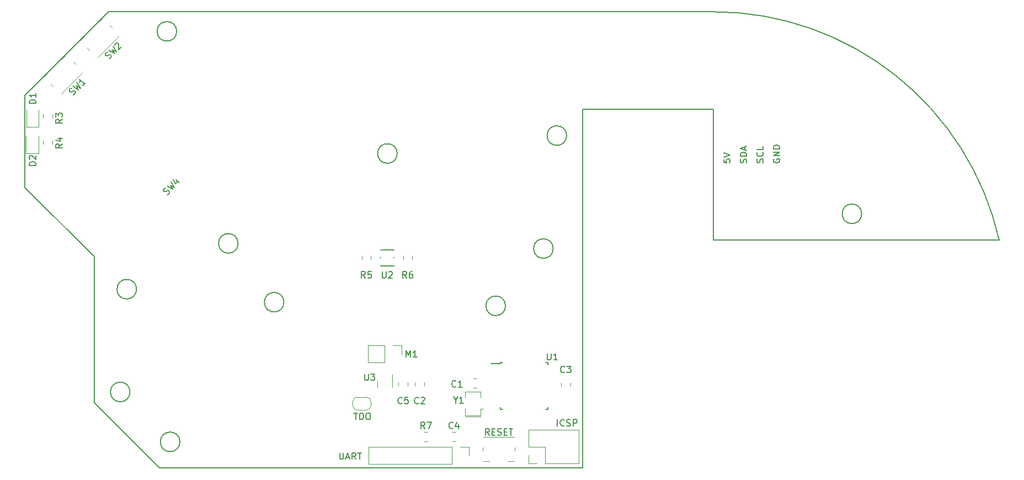
<source format=gbr>
%TF.GenerationSoftware,KiCad,Pcbnew,5.1.7+dfsg1-1~bpo10+1*%
%TF.CreationDate,2020-11-15T21:32:18+00:00*%
%TF.ProjectId,mobo,6d6f626f-2e6b-4696-9361-645f70636258,rev?*%
%TF.SameCoordinates,Original*%
%TF.FileFunction,Legend,Top*%
%TF.FilePolarity,Positive*%
%FSLAX45Y45*%
G04 Gerber Fmt 4.5, Leading zero omitted, Abs format (unit mm)*
G04 Created by KiCad (PCBNEW 5.1.7+dfsg1-1~bpo10+1) date 2020-11-15 21:32:18*
%MOMM*%
%LPD*%
G01*
G04 APERTURE LIST*
%ADD10C,0.150000*%
%TA.AperFunction,Profile*%
%ADD11C,0.200000*%
%TD*%
%ADD12C,0.200000*%
%ADD13C,0.120000*%
%ADD14O,1.802000X1.802000*%
G04 APERTURE END LIST*
D10*
X14824762Y-16795238D02*
X14791428Y-16747619D01*
X14767619Y-16795238D02*
X14767619Y-16695238D01*
X14805714Y-16695238D01*
X14815238Y-16700000D01*
X14820000Y-16704762D01*
X14824762Y-16714286D01*
X14824762Y-16728571D01*
X14820000Y-16738095D01*
X14815238Y-16742857D01*
X14805714Y-16747619D01*
X14767619Y-16747619D01*
X14867619Y-16742857D02*
X14900952Y-16742857D01*
X14915238Y-16795238D02*
X14867619Y-16795238D01*
X14867619Y-16695238D01*
X14915238Y-16695238D01*
X14953333Y-16790476D02*
X14967619Y-16795238D01*
X14991428Y-16795238D01*
X15000952Y-16790476D01*
X15005714Y-16785714D01*
X15010476Y-16776190D01*
X15010476Y-16766667D01*
X15005714Y-16757143D01*
X15000952Y-16752381D01*
X14991428Y-16747619D01*
X14972381Y-16742857D01*
X14962857Y-16738095D01*
X14958095Y-16733333D01*
X14953333Y-16723809D01*
X14953333Y-16714286D01*
X14958095Y-16704762D01*
X14962857Y-16700000D01*
X14972381Y-16695238D01*
X14996190Y-16695238D01*
X15010476Y-16700000D01*
X15053333Y-16742857D02*
X15086667Y-16742857D01*
X15100952Y-16795238D02*
X15053333Y-16795238D01*
X15053333Y-16695238D01*
X15100952Y-16695238D01*
X15129524Y-16695238D02*
X15186667Y-16695238D01*
X15158095Y-16795238D02*
X15158095Y-16695238D01*
X15872381Y-16655238D02*
X15872381Y-16555238D01*
X15977143Y-16645714D02*
X15972381Y-16650476D01*
X15958095Y-16655238D01*
X15948571Y-16655238D01*
X15934286Y-16650476D01*
X15924762Y-16640952D01*
X15920000Y-16631428D01*
X15915238Y-16612381D01*
X15915238Y-16598095D01*
X15920000Y-16579048D01*
X15924762Y-16569524D01*
X15934286Y-16560000D01*
X15948571Y-16555238D01*
X15958095Y-16555238D01*
X15972381Y-16560000D01*
X15977143Y-16564762D01*
X16015238Y-16650476D02*
X16029524Y-16655238D01*
X16053333Y-16655238D01*
X16062857Y-16650476D01*
X16067619Y-16645714D01*
X16072381Y-16636190D01*
X16072381Y-16626667D01*
X16067619Y-16617143D01*
X16062857Y-16612381D01*
X16053333Y-16607619D01*
X16034286Y-16602857D01*
X16024762Y-16598095D01*
X16020000Y-16593333D01*
X16015238Y-16583809D01*
X16015238Y-16574286D01*
X16020000Y-16564762D01*
X16024762Y-16560000D01*
X16034286Y-16555238D01*
X16058095Y-16555238D01*
X16072381Y-16560000D01*
X16115238Y-16655238D02*
X16115238Y-16555238D01*
X16153333Y-16555238D01*
X16162857Y-16560000D01*
X16167619Y-16564762D01*
X16172381Y-16574286D01*
X16172381Y-16588571D01*
X16167619Y-16598095D01*
X16162857Y-16602857D01*
X16153333Y-16607619D01*
X16115238Y-16607619D01*
X12749048Y-16455238D02*
X12806190Y-16455238D01*
X12777619Y-16555238D02*
X12777619Y-16455238D01*
X12839524Y-16555238D02*
X12839524Y-16455238D01*
X12863333Y-16455238D01*
X12877619Y-16460000D01*
X12887143Y-16469524D01*
X12891905Y-16479048D01*
X12896667Y-16498095D01*
X12896667Y-16512381D01*
X12891905Y-16531428D01*
X12887143Y-16540952D01*
X12877619Y-16550476D01*
X12863333Y-16555238D01*
X12839524Y-16555238D01*
X12958571Y-16455238D02*
X12977619Y-16455238D01*
X12987143Y-16460000D01*
X12996667Y-16469524D01*
X13001428Y-16488571D01*
X13001428Y-16521905D01*
X12996667Y-16540952D01*
X12987143Y-16550476D01*
X12977619Y-16555238D01*
X12958571Y-16555238D01*
X12949048Y-16550476D01*
X12939524Y-16540952D01*
X12934762Y-16521905D01*
X12934762Y-16488571D01*
X12939524Y-16469524D01*
X12949048Y-16460000D01*
X12958571Y-16455238D01*
X12530476Y-17065238D02*
X12530476Y-17146190D01*
X12535238Y-17155714D01*
X12540000Y-17160476D01*
X12549524Y-17165238D01*
X12568571Y-17165238D01*
X12578095Y-17160476D01*
X12582857Y-17155714D01*
X12587619Y-17146190D01*
X12587619Y-17065238D01*
X12630476Y-17136667D02*
X12678095Y-17136667D01*
X12620952Y-17165238D02*
X12654286Y-17065238D01*
X12687619Y-17165238D01*
X12778095Y-17165238D02*
X12744762Y-17117619D01*
X12720952Y-17165238D02*
X12720952Y-17065238D01*
X12759048Y-17065238D01*
X12768571Y-17070000D01*
X12773333Y-17074762D01*
X12778095Y-17084286D01*
X12778095Y-17098571D01*
X12773333Y-17108095D01*
X12768571Y-17112857D01*
X12759048Y-17117619D01*
X12720952Y-17117619D01*
X12806667Y-17065238D02*
X12863809Y-17065238D01*
X12835238Y-17165238D02*
X12835238Y-17065238D01*
D11*
X10078686Y-16898000D02*
G75*
G03*
X10078686Y-16898000I-150000J0D01*
G01*
X9313000Y-16132314D02*
G75*
G03*
X9313000Y-16132314I-150000J0D01*
G01*
X18263000Y-11798000D02*
X16263000Y-11798000D01*
X18263000Y-13798000D02*
X18263000Y-11798000D01*
X10029424Y-10598000D02*
G75*
G03*
X10029424Y-10598000I-150000J0D01*
G01*
X20541427Y-13398000D02*
G75*
G03*
X20541427Y-13398000I-150000J0D01*
G01*
X8984826Y-10298000D02*
X18263000Y-10298000D01*
X7702340Y-11580485D02*
X8984826Y-10298000D01*
X10972211Y-13852451D02*
G75*
G03*
X10972211Y-13852451I-150000J0D01*
G01*
X15074964Y-14810514D02*
G75*
G03*
X15074964Y-14810514I-150000J0D01*
G01*
X11675420Y-14754866D02*
G75*
G03*
X11675420Y-14754866I-150000J0D01*
G01*
X16263000Y-17298000D02*
X9763000Y-17298000D01*
X16263000Y-11798000D02*
X16263000Y-17298000D01*
X13413000Y-12473000D02*
G75*
G03*
X13413000Y-12473000I-150000J0D01*
G01*
X9413000Y-14555359D02*
G75*
G03*
X9413000Y-14555359I-150000J0D01*
G01*
X7702340Y-12994699D02*
X7702340Y-11580485D01*
X8763000Y-14055359D02*
X7702340Y-12994699D01*
X15807333Y-13931598D02*
G75*
G03*
X15807333Y-13931598I-150000J0D01*
G01*
X8763000Y-16298000D02*
X8763000Y-14055359D01*
X9763000Y-17298000D02*
X8763000Y-16298000D01*
X22650482Y-13798000D02*
X18263000Y-13798000D01*
X18263000Y-10298000D02*
G75*
G02*
X22650482Y-13798000I0J-4500000D01*
G01*
X16013000Y-12198000D02*
G75*
G03*
X16013000Y-12198000I-150000J0D01*
G01*
D12*
X19189900Y-12556590D02*
X19185138Y-12566114D01*
X19185138Y-12580400D01*
X19189900Y-12594686D01*
X19199424Y-12604209D01*
X19208948Y-12608971D01*
X19227995Y-12613733D01*
X19242281Y-12613733D01*
X19261329Y-12608971D01*
X19270852Y-12604209D01*
X19280376Y-12594686D01*
X19285138Y-12580400D01*
X19285138Y-12570876D01*
X19280376Y-12556590D01*
X19275614Y-12551828D01*
X19242281Y-12551828D01*
X19242281Y-12570876D01*
X19285138Y-12508971D02*
X19185138Y-12508971D01*
X19285138Y-12451828D01*
X19185138Y-12451828D01*
X19285138Y-12404209D02*
X19185138Y-12404209D01*
X19185138Y-12380400D01*
X19189900Y-12366114D01*
X19199424Y-12356590D01*
X19208948Y-12351828D01*
X19227995Y-12347067D01*
X19242281Y-12347067D01*
X19261329Y-12351828D01*
X19270852Y-12356590D01*
X19280376Y-12366114D01*
X19285138Y-12380400D01*
X19285138Y-12404209D01*
X19026376Y-12612148D02*
X19031138Y-12597862D01*
X19031138Y-12574052D01*
X19026376Y-12564528D01*
X19021614Y-12559767D01*
X19012090Y-12555005D01*
X19002567Y-12555005D01*
X18993043Y-12559767D01*
X18988281Y-12564528D01*
X18983519Y-12574052D01*
X18978757Y-12593100D01*
X18973995Y-12602624D01*
X18969233Y-12607386D01*
X18959710Y-12612148D01*
X18950186Y-12612148D01*
X18940662Y-12607386D01*
X18935900Y-12602624D01*
X18931138Y-12593100D01*
X18931138Y-12569290D01*
X18935900Y-12555005D01*
X19021614Y-12455005D02*
X19026376Y-12459767D01*
X19031138Y-12474052D01*
X19031138Y-12483576D01*
X19026376Y-12497862D01*
X19016852Y-12507386D01*
X19007329Y-12512148D01*
X18988281Y-12516909D01*
X18973995Y-12516909D01*
X18954948Y-12512148D01*
X18945424Y-12507386D01*
X18935900Y-12497862D01*
X18931138Y-12483576D01*
X18931138Y-12474052D01*
X18935900Y-12459767D01*
X18940662Y-12455005D01*
X19031138Y-12364528D02*
X19031138Y-12412148D01*
X18931138Y-12412148D01*
X18772376Y-12614528D02*
X18777138Y-12600243D01*
X18777138Y-12576433D01*
X18772376Y-12566909D01*
X18767614Y-12562148D01*
X18758090Y-12557386D01*
X18748567Y-12557386D01*
X18739043Y-12562148D01*
X18734281Y-12566909D01*
X18729519Y-12576433D01*
X18724757Y-12595481D01*
X18719995Y-12605005D01*
X18715233Y-12609767D01*
X18705710Y-12614528D01*
X18696186Y-12614528D01*
X18686662Y-12609767D01*
X18681900Y-12605005D01*
X18677138Y-12595481D01*
X18677138Y-12571671D01*
X18681900Y-12557386D01*
X18777138Y-12514528D02*
X18677138Y-12514528D01*
X18677138Y-12490719D01*
X18681900Y-12476433D01*
X18691424Y-12466909D01*
X18700948Y-12462148D01*
X18719995Y-12457386D01*
X18734281Y-12457386D01*
X18753329Y-12462148D01*
X18762852Y-12466909D01*
X18772376Y-12476433D01*
X18777138Y-12490719D01*
X18777138Y-12514528D01*
X18748567Y-12419290D02*
X18748567Y-12371671D01*
X18777138Y-12428814D02*
X18677138Y-12395481D01*
X18777138Y-12362148D01*
X18423138Y-12562948D02*
X18423138Y-12610567D01*
X18470757Y-12615328D01*
X18465995Y-12610567D01*
X18461233Y-12601043D01*
X18461233Y-12577233D01*
X18465995Y-12567709D01*
X18470757Y-12562948D01*
X18480281Y-12558186D01*
X18504090Y-12558186D01*
X18513614Y-12562948D01*
X18518376Y-12567709D01*
X18523138Y-12577233D01*
X18523138Y-12601043D01*
X18518376Y-12610567D01*
X18513614Y-12615328D01*
X18423138Y-12529614D02*
X18523138Y-12496281D01*
X18423138Y-12462948D01*
D13*
X16071000Y-16045858D02*
X16071000Y-15994142D01*
X15929000Y-16045858D02*
X15929000Y-15994142D01*
X8058422Y-11229948D02*
X7993015Y-11295355D01*
X8482687Y-11106204D02*
X8443796Y-11067313D01*
X8136204Y-11452687D02*
X8097313Y-11413796D01*
X8586985Y-11224645D02*
X8254645Y-11556985D01*
X8325355Y-10963015D02*
X8259948Y-11028423D01*
X14635858Y-16071000D02*
X14584142Y-16071000D01*
X14635858Y-15929000D02*
X14584142Y-15929000D01*
X14259642Y-16744800D02*
X14311358Y-16744800D01*
X14259642Y-16886800D02*
X14311358Y-16886800D01*
X7913499Y-12068500D02*
X7913499Y-11800000D01*
X7721499Y-12068500D02*
X7913499Y-12068500D01*
X7721499Y-11800000D02*
X7721499Y-12068500D01*
X7719703Y-12200000D02*
X7719703Y-12468500D01*
X7719703Y-12468500D02*
X7911703Y-12468500D01*
X7911703Y-12468500D02*
X7911703Y-12200000D01*
X15427000Y-17233000D02*
X15427000Y-17100000D01*
X15560000Y-17233000D02*
X15427000Y-17233000D01*
X15427000Y-16973000D02*
X15427000Y-16713000D01*
X15687000Y-16973000D02*
X15427000Y-16973000D01*
X15687000Y-17233000D02*
X15687000Y-16973000D01*
X15427000Y-16713000D02*
X16201000Y-16713000D01*
X15687000Y-17233000D02*
X16201000Y-17233000D01*
X16201000Y-17233000D02*
X16201000Y-16713000D01*
X8121000Y-11926125D02*
X8121000Y-11873875D01*
X7979000Y-11926125D02*
X7979000Y-11873875D01*
X7979985Y-12326125D02*
X7979985Y-12273875D01*
X8121985Y-12326125D02*
X8121985Y-12273875D01*
X12869000Y-14048875D02*
X12869000Y-14101125D01*
X13011000Y-14048875D02*
X13011000Y-14101125D01*
X13646000Y-14096125D02*
X13646000Y-14043875D01*
X13504000Y-14096125D02*
X13504000Y-14043875D01*
X13879825Y-16744800D02*
X13827575Y-16744800D01*
X13879825Y-16886800D02*
X13827575Y-16886800D01*
D10*
X14997500Y-15700000D02*
X14855000Y-15700000D01*
X15722500Y-15677500D02*
X15690000Y-15677500D01*
X15722500Y-16402500D02*
X15690000Y-16402500D01*
X14997500Y-16402500D02*
X15030000Y-16402500D01*
X14997500Y-15677500D02*
X15030000Y-15677500D01*
X14997500Y-16402500D02*
X14997500Y-16370000D01*
X15722500Y-16402500D02*
X15722500Y-16370000D01*
X15722500Y-15677500D02*
X15722500Y-15710000D01*
X14997500Y-15677500D02*
X14997500Y-15700000D01*
X13360000Y-14200000D02*
X13360000Y-13950000D01*
X13160000Y-14200000D02*
X13360000Y-14200000D01*
X13160000Y-13950000D02*
X13160000Y-14200000D01*
X13360000Y-13950000D02*
X13160000Y-13950000D01*
D13*
X14653300Y-16509800D02*
X14693300Y-16509800D01*
X14653300Y-16489800D02*
X14693300Y-16489800D01*
X14653300Y-16129800D02*
X14693300Y-16129800D01*
X14453300Y-16509800D02*
X14653300Y-16509800D01*
X14693300Y-16389800D02*
X14733300Y-16389800D01*
X14693300Y-16389800D02*
X14693300Y-16489800D01*
X14653300Y-16489800D02*
X14453300Y-16489800D01*
X14453300Y-16489800D02*
X14453300Y-16389800D01*
X14453300Y-16209800D02*
X14453300Y-16129800D01*
X14453300Y-16129800D02*
X14653300Y-16129800D01*
X14693300Y-16129800D02*
X14693300Y-16209800D01*
X14512800Y-16975700D02*
X14512800Y-17108700D01*
X14379800Y-16975700D02*
X14512800Y-16975700D01*
X14252800Y-16975700D02*
X14252800Y-17241700D01*
X14252800Y-17241700D02*
X12976800Y-17241700D01*
X14252800Y-16975700D02*
X12976800Y-16975700D01*
X12976800Y-16975700D02*
X12976800Y-17241700D01*
X8885355Y-10403015D02*
X8819948Y-10468423D01*
X9146985Y-10664645D02*
X8814645Y-10996985D01*
X8696204Y-10892687D02*
X8657313Y-10853796D01*
X9042687Y-10546204D02*
X9003796Y-10507313D01*
X8618423Y-10669948D02*
X8553015Y-10735355D01*
X13829100Y-16039858D02*
X13829100Y-15988142D01*
X13687100Y-16039858D02*
X13687100Y-15988142D01*
X13575100Y-15988142D02*
X13575100Y-16039858D01*
X13433100Y-15988142D02*
X13433100Y-16039858D01*
X12940000Y-16410000D02*
X12800000Y-16410000D01*
X12730000Y-16340000D02*
X12730000Y-16280000D01*
X12800000Y-16210000D02*
X12940000Y-16210000D01*
X13010000Y-16280000D02*
X13010000Y-16340000D01*
X12800000Y-16410000D02*
G75*
G02*
X12730000Y-16340000I0J70000D01*
G01*
X12730000Y-16280000D02*
G75*
G02*
X12800000Y-16210000I70000J0D01*
G01*
X12940000Y-16210000D02*
G75*
G02*
X13010000Y-16280000I0J-70000D01*
G01*
X13010000Y-16340000D02*
G75*
G02*
X12940000Y-16410000I-70000J0D01*
G01*
X13483000Y-15417000D02*
X13483000Y-15550000D01*
X13350000Y-15417000D02*
X13483000Y-15417000D01*
X13223000Y-15417000D02*
X13223000Y-15683000D01*
X13223000Y-15683000D02*
X12963000Y-15683000D01*
X13223000Y-15417000D02*
X12963000Y-15417000D01*
X12963000Y-15417000D02*
X12963000Y-15683000D01*
X13336700Y-15864000D02*
X13336700Y-16064000D01*
X13112700Y-16064000D02*
X13112700Y-15964000D01*
X15112500Y-17195000D02*
X15205000Y-17195000D01*
X14725000Y-16982500D02*
X14725000Y-17037500D01*
X15215000Y-16982500D02*
X15215000Y-17037500D01*
X14735000Y-16825000D02*
X15205000Y-16825000D01*
X14735000Y-17195000D02*
X14827500Y-17195000D01*
D10*
X15983333Y-15825714D02*
X15978571Y-15830476D01*
X15964286Y-15835238D01*
X15954762Y-15835238D01*
X15940476Y-15830476D01*
X15930952Y-15820952D01*
X15926190Y-15811428D01*
X15921428Y-15792381D01*
X15921428Y-15778095D01*
X15926190Y-15759048D01*
X15930952Y-15749524D01*
X15940476Y-15740000D01*
X15954762Y-15735238D01*
X15964286Y-15735238D01*
X15978571Y-15740000D01*
X15983333Y-15744762D01*
X16016667Y-15735238D02*
X16078571Y-15735238D01*
X16045238Y-15773333D01*
X16059524Y-15773333D01*
X16069048Y-15778095D01*
X16073809Y-15782857D01*
X16078571Y-15792381D01*
X16078571Y-15816190D01*
X16073809Y-15825714D01*
X16069048Y-15830476D01*
X16059524Y-15835238D01*
X16030952Y-15835238D01*
X16021428Y-15830476D01*
X16016667Y-15825714D01*
X8440240Y-11573402D02*
X8453709Y-11566667D01*
X8470545Y-11549832D01*
X8473912Y-11539730D01*
X8473912Y-11532996D01*
X8470545Y-11522894D01*
X8463810Y-11516160D01*
X8453709Y-11512793D01*
X8446974Y-11512793D01*
X8436873Y-11516160D01*
X8420037Y-11526261D01*
X8409936Y-11529629D01*
X8403201Y-11529629D01*
X8393100Y-11526261D01*
X8386365Y-11519527D01*
X8382998Y-11509425D01*
X8382998Y-11502691D01*
X8386365Y-11492590D01*
X8403201Y-11475754D01*
X8416670Y-11469019D01*
X8436873Y-11442082D02*
X8524419Y-11495957D01*
X8487381Y-11431980D01*
X8551357Y-11469019D01*
X8497482Y-11381473D01*
X8632169Y-11388207D02*
X8591763Y-11428613D01*
X8611966Y-11408410D02*
X8541255Y-11337700D01*
X8544623Y-11354535D01*
X8544623Y-11368004D01*
X8541255Y-11378106D01*
X14313933Y-16048414D02*
X14309171Y-16053176D01*
X14294886Y-16057938D01*
X14285362Y-16057938D01*
X14271076Y-16053176D01*
X14261552Y-16043652D01*
X14256790Y-16034128D01*
X14252028Y-16015081D01*
X14252028Y-16000795D01*
X14256790Y-15981748D01*
X14261552Y-15972224D01*
X14271076Y-15962700D01*
X14285362Y-15957938D01*
X14294886Y-15957938D01*
X14309171Y-15962700D01*
X14313933Y-15967462D01*
X14409171Y-16057938D02*
X14352028Y-16057938D01*
X14380600Y-16057938D02*
X14380600Y-15957938D01*
X14371076Y-15972224D01*
X14361552Y-15981748D01*
X14352028Y-15986509D01*
X14268833Y-16686514D02*
X14264071Y-16691276D01*
X14249786Y-16696038D01*
X14240262Y-16696038D01*
X14225976Y-16691276D01*
X14216452Y-16681752D01*
X14211690Y-16672228D01*
X14206928Y-16653181D01*
X14206928Y-16638895D01*
X14211690Y-16619848D01*
X14216452Y-16610324D01*
X14225976Y-16600800D01*
X14240262Y-16596038D01*
X14249786Y-16596038D01*
X14264071Y-16600800D01*
X14268833Y-16605562D01*
X14354548Y-16629371D02*
X14354548Y-16696038D01*
X14330738Y-16591276D02*
X14306928Y-16662705D01*
X14368833Y-16662705D01*
X7869921Y-11704402D02*
X7769921Y-11704402D01*
X7769921Y-11680592D01*
X7774683Y-11666306D01*
X7784207Y-11656783D01*
X7793730Y-11652021D01*
X7812778Y-11647259D01*
X7827064Y-11647259D01*
X7846111Y-11652021D01*
X7855635Y-11656783D01*
X7865159Y-11666306D01*
X7869921Y-11680592D01*
X7869921Y-11704402D01*
X7869921Y-11552021D02*
X7869921Y-11609164D01*
X7869921Y-11580592D02*
X7769921Y-11580592D01*
X7784207Y-11590116D01*
X7793730Y-11599640D01*
X7798492Y-11609164D01*
X7869921Y-12655789D02*
X7769921Y-12655789D01*
X7769921Y-12631980D01*
X7774683Y-12617694D01*
X7784207Y-12608170D01*
X7793730Y-12603408D01*
X7812778Y-12598647D01*
X7827064Y-12598647D01*
X7846111Y-12603408D01*
X7855635Y-12608170D01*
X7865159Y-12617694D01*
X7869921Y-12631980D01*
X7869921Y-12655789D01*
X7779445Y-12560551D02*
X7774683Y-12555789D01*
X7769921Y-12546266D01*
X7769921Y-12522456D01*
X7774683Y-12512932D01*
X7779445Y-12508170D01*
X7788969Y-12503408D01*
X7798492Y-12503408D01*
X7812778Y-12508170D01*
X7869921Y-12565313D01*
X7869921Y-12503408D01*
X8275238Y-11946667D02*
X8227619Y-11980000D01*
X8275238Y-12003809D02*
X8175238Y-12003809D01*
X8175238Y-11965714D01*
X8180000Y-11956190D01*
X8184762Y-11951428D01*
X8194286Y-11946667D01*
X8208571Y-11946667D01*
X8218095Y-11951428D01*
X8222857Y-11956190D01*
X8227619Y-11965714D01*
X8227619Y-12003809D01*
X8175238Y-11913333D02*
X8175238Y-11851428D01*
X8213333Y-11884762D01*
X8213333Y-11870476D01*
X8218095Y-11860952D01*
X8222857Y-11856190D01*
X8232381Y-11851428D01*
X8256190Y-11851428D01*
X8265714Y-11856190D01*
X8270476Y-11860952D01*
X8275238Y-11870476D01*
X8275238Y-11899048D01*
X8270476Y-11908571D01*
X8265714Y-11913333D01*
X8275238Y-12326667D02*
X8227619Y-12360000D01*
X8275238Y-12383809D02*
X8175238Y-12383809D01*
X8175238Y-12345714D01*
X8180000Y-12336190D01*
X8184762Y-12331428D01*
X8194286Y-12326667D01*
X8208571Y-12326667D01*
X8218095Y-12331428D01*
X8222857Y-12336190D01*
X8227619Y-12345714D01*
X8227619Y-12383809D01*
X8208571Y-12240952D02*
X8275238Y-12240952D01*
X8170476Y-12264762D02*
X8241905Y-12288571D01*
X8241905Y-12226667D01*
X12923333Y-14385238D02*
X12890000Y-14337619D01*
X12866190Y-14385238D02*
X12866190Y-14285238D01*
X12904286Y-14285238D01*
X12913809Y-14290000D01*
X12918571Y-14294762D01*
X12923333Y-14304286D01*
X12923333Y-14318571D01*
X12918571Y-14328095D01*
X12913809Y-14332857D01*
X12904286Y-14337619D01*
X12866190Y-14337619D01*
X13013809Y-14285238D02*
X12966190Y-14285238D01*
X12961428Y-14332857D01*
X12966190Y-14328095D01*
X12975714Y-14323333D01*
X12999524Y-14323333D01*
X13009048Y-14328095D01*
X13013809Y-14332857D01*
X13018571Y-14342381D01*
X13018571Y-14366190D01*
X13013809Y-14375714D01*
X13009048Y-14380476D01*
X12999524Y-14385238D01*
X12975714Y-14385238D01*
X12966190Y-14380476D01*
X12961428Y-14375714D01*
X13558333Y-14385238D02*
X13525000Y-14337619D01*
X13501190Y-14385238D02*
X13501190Y-14285238D01*
X13539286Y-14285238D01*
X13548809Y-14290000D01*
X13553571Y-14294762D01*
X13558333Y-14304286D01*
X13558333Y-14318571D01*
X13553571Y-14328095D01*
X13548809Y-14332857D01*
X13539286Y-14337619D01*
X13501190Y-14337619D01*
X13644048Y-14285238D02*
X13625000Y-14285238D01*
X13615476Y-14290000D01*
X13610714Y-14294762D01*
X13601190Y-14309048D01*
X13596428Y-14328095D01*
X13596428Y-14366190D01*
X13601190Y-14375714D01*
X13605952Y-14380476D01*
X13615476Y-14385238D01*
X13634524Y-14385238D01*
X13644048Y-14380476D01*
X13648809Y-14375714D01*
X13653571Y-14366190D01*
X13653571Y-14342381D01*
X13648809Y-14332857D01*
X13644048Y-14328095D01*
X13634524Y-14323333D01*
X13615476Y-14323333D01*
X13605952Y-14328095D01*
X13601190Y-14332857D01*
X13596428Y-14342381D01*
X13837033Y-16695938D02*
X13803700Y-16648319D01*
X13779890Y-16695938D02*
X13779890Y-16595938D01*
X13817986Y-16595938D01*
X13827509Y-16600700D01*
X13832271Y-16605462D01*
X13837033Y-16614986D01*
X13837033Y-16629271D01*
X13832271Y-16638795D01*
X13827509Y-16643557D01*
X13817986Y-16648319D01*
X13779890Y-16648319D01*
X13870367Y-16595938D02*
X13937033Y-16595938D01*
X13894176Y-16695938D01*
X15715609Y-15540738D02*
X15715609Y-15621690D01*
X15720371Y-15631214D01*
X15725133Y-15635976D01*
X15734657Y-15640738D01*
X15753705Y-15640738D01*
X15763228Y-15635976D01*
X15767990Y-15631214D01*
X15772752Y-15621690D01*
X15772752Y-15540738D01*
X15872752Y-15640738D02*
X15815609Y-15640738D01*
X15844181Y-15640738D02*
X15844181Y-15540738D01*
X15834657Y-15555024D01*
X15825133Y-15564548D01*
X15815609Y-15569309D01*
X13183809Y-14285238D02*
X13183809Y-14366190D01*
X13188571Y-14375714D01*
X13193333Y-14380476D01*
X13202857Y-14385238D01*
X13221905Y-14385238D01*
X13231428Y-14380476D01*
X13236190Y-14375714D01*
X13240952Y-14366190D01*
X13240952Y-14285238D01*
X13283809Y-14294762D02*
X13288571Y-14290000D01*
X13298095Y-14285238D01*
X13321905Y-14285238D01*
X13331428Y-14290000D01*
X13336190Y-14294762D01*
X13340952Y-14304286D01*
X13340952Y-14313809D01*
X13336190Y-14328095D01*
X13279048Y-14385238D01*
X13340952Y-14385238D01*
X14309781Y-16256619D02*
X14309781Y-16304238D01*
X14276448Y-16204238D02*
X14309781Y-16256619D01*
X14343114Y-16204238D01*
X14428828Y-16304238D02*
X14371686Y-16304238D01*
X14400257Y-16304238D02*
X14400257Y-16204238D01*
X14390733Y-16218524D01*
X14381209Y-16228048D01*
X14371686Y-16232809D01*
X8992620Y-11018482D02*
X9006089Y-11011747D01*
X9022925Y-10994912D01*
X9026292Y-10984810D01*
X9026292Y-10978076D01*
X9022925Y-10967974D01*
X9016190Y-10961240D01*
X9006089Y-10957873D01*
X8999354Y-10957873D01*
X8989253Y-10961240D01*
X8972417Y-10971341D01*
X8962316Y-10974709D01*
X8955581Y-10974709D01*
X8945480Y-10971341D01*
X8938745Y-10964607D01*
X8935378Y-10954505D01*
X8935378Y-10947771D01*
X8938745Y-10937670D01*
X8955581Y-10920834D01*
X8969050Y-10914099D01*
X8989253Y-10887162D02*
X9076799Y-10941037D01*
X9039761Y-10877060D01*
X9103737Y-10914099D01*
X9049862Y-10826553D01*
X9080167Y-10809717D02*
X9080167Y-10802983D01*
X9083534Y-10792881D01*
X9100370Y-10776045D01*
X9110471Y-10772678D01*
X9117206Y-10772678D01*
X9127307Y-10776045D01*
X9134041Y-10782780D01*
X9140776Y-10796248D01*
X9140776Y-10877060D01*
X9184549Y-10833287D01*
X13741433Y-16303714D02*
X13736671Y-16308476D01*
X13722386Y-16313238D01*
X13712862Y-16313238D01*
X13698576Y-16308476D01*
X13689052Y-16298952D01*
X13684290Y-16289428D01*
X13679528Y-16270381D01*
X13679528Y-16256095D01*
X13684290Y-16237048D01*
X13689052Y-16227524D01*
X13698576Y-16218000D01*
X13712862Y-16213238D01*
X13722386Y-16213238D01*
X13736671Y-16218000D01*
X13741433Y-16222762D01*
X13779528Y-16222762D02*
X13784290Y-16218000D01*
X13793814Y-16213238D01*
X13817624Y-16213238D01*
X13827148Y-16218000D01*
X13831909Y-16222762D01*
X13836671Y-16232286D01*
X13836671Y-16241809D01*
X13831909Y-16256095D01*
X13774767Y-16313238D01*
X13836671Y-16313238D01*
X13487433Y-16303714D02*
X13482671Y-16308476D01*
X13468386Y-16313238D01*
X13458862Y-16313238D01*
X13444576Y-16308476D01*
X13435052Y-16298952D01*
X13430290Y-16289428D01*
X13425528Y-16270381D01*
X13425528Y-16256095D01*
X13430290Y-16237048D01*
X13435052Y-16227524D01*
X13444576Y-16218000D01*
X13458862Y-16213238D01*
X13468386Y-16213238D01*
X13482671Y-16218000D01*
X13487433Y-16222762D01*
X13577909Y-16213238D02*
X13530290Y-16213238D01*
X13525528Y-16260857D01*
X13530290Y-16256095D01*
X13539814Y-16251333D01*
X13563624Y-16251333D01*
X13573148Y-16256095D01*
X13577909Y-16260857D01*
X13582671Y-16270381D01*
X13582671Y-16294190D01*
X13577909Y-16303714D01*
X13573148Y-16308476D01*
X13563624Y-16313238D01*
X13539814Y-16313238D01*
X13530290Y-16308476D01*
X13525528Y-16303714D01*
X13548448Y-15595238D02*
X13548448Y-15495238D01*
X13581781Y-15566667D01*
X13615114Y-15495238D01*
X13615114Y-15595238D01*
X13715114Y-15595238D02*
X13657971Y-15595238D01*
X13686543Y-15595238D02*
X13686543Y-15495238D01*
X13677019Y-15509524D01*
X13667495Y-15519048D01*
X13657971Y-15523809D01*
X12913809Y-15855238D02*
X12913809Y-15936190D01*
X12918571Y-15945714D01*
X12923333Y-15950476D01*
X12932857Y-15955238D01*
X12951905Y-15955238D01*
X12961428Y-15950476D01*
X12966190Y-15945714D01*
X12970952Y-15936190D01*
X12970952Y-15855238D01*
X13009048Y-15855238D02*
X13070952Y-15855238D01*
X13037619Y-15893333D01*
X13051905Y-15893333D01*
X13061428Y-15898095D01*
X13066190Y-15902857D01*
X13070952Y-15912381D01*
X13070952Y-15936190D01*
X13066190Y-15945714D01*
X13061428Y-15950476D01*
X13051905Y-15955238D01*
X13023333Y-15955238D01*
X13013809Y-15950476D01*
X13009048Y-15945714D01*
X9883353Y-13102704D02*
X9896822Y-13095970D01*
X9913657Y-13079134D01*
X9917025Y-13069033D01*
X9917025Y-13062298D01*
X9913657Y-13052197D01*
X9906923Y-13045462D01*
X9896822Y-13042095D01*
X9890087Y-13042095D01*
X9879986Y-13045462D01*
X9863150Y-13055564D01*
X9853048Y-13058931D01*
X9846314Y-13058931D01*
X9836212Y-13055564D01*
X9829478Y-13048830D01*
X9826111Y-13038728D01*
X9826111Y-13031994D01*
X9829478Y-13021892D01*
X9846314Y-13005056D01*
X9859783Y-12998322D01*
X9879986Y-12971385D02*
X9967532Y-13025259D01*
X9930493Y-12961283D01*
X9994470Y-12998322D01*
X9940595Y-12910775D01*
X10021407Y-12877104D02*
X10068548Y-12924244D01*
X9977634Y-12867002D02*
X10011306Y-12934346D01*
X10055079Y-12890572D01*
%LPC*%
G36*
G01*
X16048175Y-16167600D02*
X15951825Y-16167600D01*
G75*
G02*
X15924900Y-16140675I0J26925D01*
G01*
X15924900Y-16086825D01*
G75*
G02*
X15951825Y-16059900I26925J0D01*
G01*
X16048175Y-16059900D01*
G75*
G02*
X16075100Y-16086825I0J-26925D01*
G01*
X16075100Y-16140675D01*
G75*
G02*
X16048175Y-16167600I-26925J0D01*
G01*
G37*
G36*
G01*
X16048175Y-15980100D02*
X15951825Y-15980100D01*
G75*
G02*
X15924900Y-15953175I0J26925D01*
G01*
X15924900Y-15899325D01*
G75*
G02*
X15951825Y-15872400I26925J0D01*
G01*
X16048175Y-15872400D01*
G75*
G02*
X16075100Y-15899325I0J-26925D01*
G01*
X16075100Y-15953175D01*
G75*
G02*
X16048175Y-15980100I-26925J0D01*
G01*
G37*
G36*
G01*
X8558771Y-11040726D02*
X8629482Y-11111437D01*
G75*
G02*
X8629482Y-11118649I-3606J-3606D01*
G01*
X8519880Y-11228251D01*
G75*
G02*
X8512668Y-11228251I-3606J3606D01*
G01*
X8441957Y-11157540D01*
G75*
G02*
X8441957Y-11150328I3606J3606D01*
G01*
X8551559Y-11040726D01*
G75*
G02*
X8558771Y-11040726I3606J-3606D01*
G01*
G37*
G36*
G01*
X8187540Y-11411957D02*
X8258251Y-11482668D01*
G75*
G02*
X8258251Y-11489880I-3606J-3606D01*
G01*
X8148649Y-11599482D01*
G75*
G02*
X8141437Y-11599482I-3606J3606D01*
G01*
X8070726Y-11528771D01*
G75*
G02*
X8070726Y-11521559I3606J3606D01*
G01*
X8180328Y-11411957D01*
G75*
G02*
X8187540Y-11411957I3606J-3606D01*
G01*
G37*
G36*
G01*
X8067332Y-11291749D02*
X8138043Y-11362460D01*
G75*
G02*
X8138043Y-11369672I-3606J-3606D01*
G01*
X8028441Y-11479274D01*
G75*
G02*
X8021229Y-11479274I-3606J3606D01*
G01*
X7950518Y-11408563D01*
G75*
G02*
X7950518Y-11401351I3606J3606D01*
G01*
X8060120Y-11291749D01*
G75*
G02*
X8067332Y-11291749I3606J-3606D01*
G01*
G37*
G36*
G01*
X8438563Y-10920518D02*
X8509274Y-10991229D01*
G75*
G02*
X8509274Y-10998441I-3606J-3606D01*
G01*
X8399672Y-11108043D01*
G75*
G02*
X8392460Y-11108043I-3606J3606D01*
G01*
X8321749Y-11037332D01*
G75*
G02*
X8321749Y-11030120I3606J3606D01*
G01*
X8431351Y-10920518D01*
G75*
G02*
X8438563Y-10920518I3606J-3606D01*
G01*
G37*
G36*
G01*
X14570100Y-15951825D02*
X14570100Y-16048175D01*
G75*
G02*
X14543175Y-16075100I-26925J0D01*
G01*
X14489325Y-16075100D01*
G75*
G02*
X14462400Y-16048175I0J26925D01*
G01*
X14462400Y-15951825D01*
G75*
G02*
X14489325Y-15924900I26925J0D01*
G01*
X14543175Y-15924900D01*
G75*
G02*
X14570100Y-15951825I0J-26925D01*
G01*
G37*
G36*
G01*
X14757600Y-15951825D02*
X14757600Y-16048175D01*
G75*
G02*
X14730675Y-16075100I-26925J0D01*
G01*
X14676825Y-16075100D01*
G75*
G02*
X14649900Y-16048175I0J26925D01*
G01*
X14649900Y-15951825D01*
G75*
G02*
X14676825Y-15924900I26925J0D01*
G01*
X14730675Y-15924900D01*
G75*
G02*
X14757600Y-15951825I0J-26925D01*
G01*
G37*
G36*
G01*
X14325400Y-16863975D02*
X14325400Y-16767625D01*
G75*
G02*
X14352325Y-16740700I26925J0D01*
G01*
X14406175Y-16740700D01*
G75*
G02*
X14433100Y-16767625I0J-26925D01*
G01*
X14433100Y-16863975D01*
G75*
G02*
X14406175Y-16890900I-26925J0D01*
G01*
X14352325Y-16890900D01*
G75*
G02*
X14325400Y-16863975I0J26925D01*
G01*
G37*
G36*
G01*
X14137900Y-16863975D02*
X14137900Y-16767625D01*
G75*
G02*
X14164825Y-16740700I26925J0D01*
G01*
X14218675Y-16740700D01*
G75*
G02*
X14245600Y-16767625I0J-26925D01*
G01*
X14245600Y-16863975D01*
G75*
G02*
X14218675Y-16890900I-26925J0D01*
G01*
X14164825Y-16890900D01*
G75*
G02*
X14137900Y-16863975I0J26925D01*
G01*
G37*
G36*
G01*
X7865674Y-12047600D02*
X7769324Y-12047600D01*
G75*
G02*
X7742399Y-12020675I0J26925D01*
G01*
X7742399Y-11966825D01*
G75*
G02*
X7769324Y-11939900I26925J0D01*
G01*
X7865674Y-11939900D01*
G75*
G02*
X7892599Y-11966825I0J-26925D01*
G01*
X7892599Y-12020675D01*
G75*
G02*
X7865674Y-12047600I-26925J0D01*
G01*
G37*
G36*
G01*
X7865674Y-11860100D02*
X7769324Y-11860100D01*
G75*
G02*
X7742399Y-11833175I0J26925D01*
G01*
X7742399Y-11779325D01*
G75*
G02*
X7769324Y-11752400I26925J0D01*
G01*
X7865674Y-11752400D01*
G75*
G02*
X7892599Y-11779325I0J-26925D01*
G01*
X7892599Y-11833175D01*
G75*
G02*
X7865674Y-11860100I-26925J0D01*
G01*
G37*
G36*
G01*
X7863878Y-12260100D02*
X7767528Y-12260100D01*
G75*
G02*
X7740603Y-12233175I0J26925D01*
G01*
X7740603Y-12179325D01*
G75*
G02*
X7767528Y-12152400I26925J0D01*
G01*
X7863878Y-12152400D01*
G75*
G02*
X7890803Y-12179325I0J-26925D01*
G01*
X7890803Y-12233175D01*
G75*
G02*
X7863878Y-12260100I-26925J0D01*
G01*
G37*
G36*
G01*
X7863878Y-12447600D02*
X7767528Y-12447600D01*
G75*
G02*
X7740603Y-12420675I0J26925D01*
G01*
X7740603Y-12366825D01*
G75*
G02*
X7767528Y-12339900I26925J0D01*
G01*
X7863878Y-12339900D01*
G75*
G02*
X7890803Y-12366825I0J-26925D01*
G01*
X7890803Y-12420675D01*
G75*
G02*
X7863878Y-12447600I-26925J0D01*
G01*
G37*
G36*
G01*
X15645000Y-17190100D02*
X15475000Y-17190100D01*
G75*
G02*
X15469900Y-17185000I0J5100D01*
G01*
X15469900Y-17015000D01*
G75*
G02*
X15475000Y-17009900I5100J0D01*
G01*
X15645000Y-17009900D01*
G75*
G02*
X15650100Y-17015000I0J-5100D01*
G01*
X15650100Y-17185000D01*
G75*
G02*
X15645000Y-17190100I-5100J0D01*
G01*
G37*
D14*
X15560000Y-16846000D03*
X15814000Y-17100000D03*
X15814000Y-16846000D03*
X16068000Y-17100000D03*
X16068000Y-16846000D03*
G36*
G01*
X8097883Y-12065100D02*
X8002117Y-12065100D01*
G75*
G02*
X7974900Y-12037883I0J27217D01*
G01*
X7974900Y-11967117D01*
G75*
G02*
X8002117Y-11939900I27217J0D01*
G01*
X8097883Y-11939900D01*
G75*
G02*
X8125100Y-11967117I0J-27217D01*
G01*
X8125100Y-12037883D01*
G75*
G02*
X8097883Y-12065100I-27217J0D01*
G01*
G37*
G36*
G01*
X8097883Y-11860100D02*
X8002117Y-11860100D01*
G75*
G02*
X7974900Y-11832883I0J27217D01*
G01*
X7974900Y-11762117D01*
G75*
G02*
X8002117Y-11734900I27217J0D01*
G01*
X8097883Y-11734900D01*
G75*
G02*
X8125100Y-11762117I0J-27217D01*
G01*
X8125100Y-11832883D01*
G75*
G02*
X8097883Y-11860100I-27217J0D01*
G01*
G37*
G36*
G01*
X8098868Y-12260100D02*
X8003102Y-12260100D01*
G75*
G02*
X7975885Y-12232883I0J27217D01*
G01*
X7975885Y-12162117D01*
G75*
G02*
X8003102Y-12134900I27217J0D01*
G01*
X8098868Y-12134900D01*
G75*
G02*
X8126085Y-12162117I0J-27217D01*
G01*
X8126085Y-12232883D01*
G75*
G02*
X8098868Y-12260100I-27217J0D01*
G01*
G37*
G36*
G01*
X8098868Y-12465100D02*
X8003102Y-12465100D01*
G75*
G02*
X7975885Y-12437883I0J27217D01*
G01*
X7975885Y-12367117D01*
G75*
G02*
X8003102Y-12339900I27217J0D01*
G01*
X8098868Y-12339900D01*
G75*
G02*
X8126085Y-12367117I0J-27217D01*
G01*
X8126085Y-12437883D01*
G75*
G02*
X8098868Y-12465100I-27217J0D01*
G01*
G37*
G36*
G01*
X12892117Y-13909900D02*
X12987883Y-13909900D01*
G75*
G02*
X13015100Y-13937117I0J-27217D01*
G01*
X13015100Y-14007883D01*
G75*
G02*
X12987883Y-14035100I-27217J0D01*
G01*
X12892117Y-14035100D01*
G75*
G02*
X12864900Y-14007883I0J27217D01*
G01*
X12864900Y-13937117D01*
G75*
G02*
X12892117Y-13909900I27217J0D01*
G01*
G37*
G36*
G01*
X12892117Y-14114900D02*
X12987883Y-14114900D01*
G75*
G02*
X13015100Y-14142117I0J-27217D01*
G01*
X13015100Y-14212883D01*
G75*
G02*
X12987883Y-14240100I-27217J0D01*
G01*
X12892117Y-14240100D01*
G75*
G02*
X12864900Y-14212883I0J27217D01*
G01*
X12864900Y-14142117D01*
G75*
G02*
X12892117Y-14114900I27217J0D01*
G01*
G37*
G36*
G01*
X13622883Y-14235100D02*
X13527117Y-14235100D01*
G75*
G02*
X13499900Y-14207883I0J27217D01*
G01*
X13499900Y-14137117D01*
G75*
G02*
X13527117Y-14109900I27217J0D01*
G01*
X13622883Y-14109900D01*
G75*
G02*
X13650100Y-14137117I0J-27217D01*
G01*
X13650100Y-14207883D01*
G75*
G02*
X13622883Y-14235100I-27217J0D01*
G01*
G37*
G36*
G01*
X13622883Y-14030100D02*
X13527117Y-14030100D01*
G75*
G02*
X13499900Y-14002883I0J27217D01*
G01*
X13499900Y-13932117D01*
G75*
G02*
X13527117Y-13904900I27217J0D01*
G01*
X13622883Y-13904900D01*
G75*
G02*
X13650100Y-13932117I0J-27217D01*
G01*
X13650100Y-14002883D01*
G75*
G02*
X13622883Y-14030100I-27217J0D01*
G01*
G37*
G36*
G01*
X14018800Y-16767917D02*
X14018800Y-16863683D01*
G75*
G02*
X13991583Y-16890900I-27217J0D01*
G01*
X13920817Y-16890900D01*
G75*
G02*
X13893600Y-16863683I0J27217D01*
G01*
X13893600Y-16767917D01*
G75*
G02*
X13920817Y-16740700I27217J0D01*
G01*
X13991583Y-16740700D01*
G75*
G02*
X14018800Y-16767917I0J-27217D01*
G01*
G37*
G36*
G01*
X13813800Y-16767917D02*
X13813800Y-16863683D01*
G75*
G02*
X13786583Y-16890900I-27217J0D01*
G01*
X13715817Y-16890900D01*
G75*
G02*
X13688600Y-16863683I0J27217D01*
G01*
X13688600Y-16767917D01*
G75*
G02*
X13715817Y-16740700I27217J0D01*
G01*
X13786583Y-16740700D01*
G75*
G02*
X13813800Y-16767917I0J-27217D01*
G01*
G37*
G36*
G01*
X14849900Y-15787500D02*
X14849900Y-15732500D01*
G75*
G02*
X14855000Y-15727400I5100J0D01*
G01*
X15015000Y-15727400D01*
G75*
G02*
X15020100Y-15732500I0J-5100D01*
G01*
X15020100Y-15787500D01*
G75*
G02*
X15015000Y-15792600I-5100J0D01*
G01*
X14855000Y-15792600D01*
G75*
G02*
X14849900Y-15787500I0J5100D01*
G01*
G37*
G36*
G01*
X14849900Y-15867500D02*
X14849900Y-15812500D01*
G75*
G02*
X14855000Y-15807400I5100J0D01*
G01*
X15015000Y-15807400D01*
G75*
G02*
X15020100Y-15812500I0J-5100D01*
G01*
X15020100Y-15867500D01*
G75*
G02*
X15015000Y-15872600I-5100J0D01*
G01*
X14855000Y-15872600D01*
G75*
G02*
X14849900Y-15867500I0J5100D01*
G01*
G37*
G36*
G01*
X14849900Y-15947500D02*
X14849900Y-15892500D01*
G75*
G02*
X14855000Y-15887400I5100J0D01*
G01*
X15015000Y-15887400D01*
G75*
G02*
X15020100Y-15892500I0J-5100D01*
G01*
X15020100Y-15947500D01*
G75*
G02*
X15015000Y-15952600I-5100J0D01*
G01*
X14855000Y-15952600D01*
G75*
G02*
X14849900Y-15947500I0J5100D01*
G01*
G37*
G36*
G01*
X14849900Y-16027500D02*
X14849900Y-15972500D01*
G75*
G02*
X14855000Y-15967400I5100J0D01*
G01*
X15015000Y-15967400D01*
G75*
G02*
X15020100Y-15972500I0J-5100D01*
G01*
X15020100Y-16027500D01*
G75*
G02*
X15015000Y-16032600I-5100J0D01*
G01*
X14855000Y-16032600D01*
G75*
G02*
X14849900Y-16027500I0J5100D01*
G01*
G37*
G36*
G01*
X14849900Y-16107500D02*
X14849900Y-16052500D01*
G75*
G02*
X14855000Y-16047400I5100J0D01*
G01*
X15015000Y-16047400D01*
G75*
G02*
X15020100Y-16052500I0J-5100D01*
G01*
X15020100Y-16107500D01*
G75*
G02*
X15015000Y-16112600I-5100J0D01*
G01*
X14855000Y-16112600D01*
G75*
G02*
X14849900Y-16107500I0J5100D01*
G01*
G37*
G36*
G01*
X14849900Y-16187500D02*
X14849900Y-16132500D01*
G75*
G02*
X14855000Y-16127400I5100J0D01*
G01*
X15015000Y-16127400D01*
G75*
G02*
X15020100Y-16132500I0J-5100D01*
G01*
X15020100Y-16187500D01*
G75*
G02*
X15015000Y-16192600I-5100J0D01*
G01*
X14855000Y-16192600D01*
G75*
G02*
X14849900Y-16187500I0J5100D01*
G01*
G37*
G36*
G01*
X14849900Y-16267500D02*
X14849900Y-16212500D01*
G75*
G02*
X14855000Y-16207400I5100J0D01*
G01*
X15015000Y-16207400D01*
G75*
G02*
X15020100Y-16212500I0J-5100D01*
G01*
X15020100Y-16267500D01*
G75*
G02*
X15015000Y-16272600I-5100J0D01*
G01*
X14855000Y-16272600D01*
G75*
G02*
X14849900Y-16267500I0J5100D01*
G01*
G37*
G36*
G01*
X14849900Y-16347500D02*
X14849900Y-16292500D01*
G75*
G02*
X14855000Y-16287400I5100J0D01*
G01*
X15015000Y-16287400D01*
G75*
G02*
X15020100Y-16292500I0J-5100D01*
G01*
X15020100Y-16347500D01*
G75*
G02*
X15015000Y-16352600I-5100J0D01*
G01*
X14855000Y-16352600D01*
G75*
G02*
X14849900Y-16347500I0J5100D01*
G01*
G37*
G36*
G01*
X15107500Y-16550100D02*
X15052500Y-16550100D01*
G75*
G02*
X15047400Y-16545000I0J5100D01*
G01*
X15047400Y-16385000D01*
G75*
G02*
X15052500Y-16379900I5100J0D01*
G01*
X15107500Y-16379900D01*
G75*
G02*
X15112600Y-16385000I0J-5100D01*
G01*
X15112600Y-16545000D01*
G75*
G02*
X15107500Y-16550100I-5100J0D01*
G01*
G37*
G36*
G01*
X15187500Y-16550100D02*
X15132500Y-16550100D01*
G75*
G02*
X15127400Y-16545000I0J5100D01*
G01*
X15127400Y-16385000D01*
G75*
G02*
X15132500Y-16379900I5100J0D01*
G01*
X15187500Y-16379900D01*
G75*
G02*
X15192600Y-16385000I0J-5100D01*
G01*
X15192600Y-16545000D01*
G75*
G02*
X15187500Y-16550100I-5100J0D01*
G01*
G37*
G36*
G01*
X15267500Y-16550100D02*
X15212500Y-16550100D01*
G75*
G02*
X15207400Y-16545000I0J5100D01*
G01*
X15207400Y-16385000D01*
G75*
G02*
X15212500Y-16379900I5100J0D01*
G01*
X15267500Y-16379900D01*
G75*
G02*
X15272600Y-16385000I0J-5100D01*
G01*
X15272600Y-16545000D01*
G75*
G02*
X15267500Y-16550100I-5100J0D01*
G01*
G37*
G36*
G01*
X15347500Y-16550100D02*
X15292500Y-16550100D01*
G75*
G02*
X15287400Y-16545000I0J5100D01*
G01*
X15287400Y-16385000D01*
G75*
G02*
X15292500Y-16379900I5100J0D01*
G01*
X15347500Y-16379900D01*
G75*
G02*
X15352600Y-16385000I0J-5100D01*
G01*
X15352600Y-16545000D01*
G75*
G02*
X15347500Y-16550100I-5100J0D01*
G01*
G37*
G36*
G01*
X15427500Y-16550100D02*
X15372500Y-16550100D01*
G75*
G02*
X15367400Y-16545000I0J5100D01*
G01*
X15367400Y-16385000D01*
G75*
G02*
X15372500Y-16379900I5100J0D01*
G01*
X15427500Y-16379900D01*
G75*
G02*
X15432600Y-16385000I0J-5100D01*
G01*
X15432600Y-16545000D01*
G75*
G02*
X15427500Y-16550100I-5100J0D01*
G01*
G37*
G36*
G01*
X15507500Y-16550100D02*
X15452500Y-16550100D01*
G75*
G02*
X15447400Y-16545000I0J5100D01*
G01*
X15447400Y-16385000D01*
G75*
G02*
X15452500Y-16379900I5100J0D01*
G01*
X15507500Y-16379900D01*
G75*
G02*
X15512600Y-16385000I0J-5100D01*
G01*
X15512600Y-16545000D01*
G75*
G02*
X15507500Y-16550100I-5100J0D01*
G01*
G37*
G36*
G01*
X15587500Y-16550100D02*
X15532500Y-16550100D01*
G75*
G02*
X15527400Y-16545000I0J5100D01*
G01*
X15527400Y-16385000D01*
G75*
G02*
X15532500Y-16379900I5100J0D01*
G01*
X15587500Y-16379900D01*
G75*
G02*
X15592600Y-16385000I0J-5100D01*
G01*
X15592600Y-16545000D01*
G75*
G02*
X15587500Y-16550100I-5100J0D01*
G01*
G37*
G36*
G01*
X15667500Y-16550100D02*
X15612500Y-16550100D01*
G75*
G02*
X15607400Y-16545000I0J5100D01*
G01*
X15607400Y-16385000D01*
G75*
G02*
X15612500Y-16379900I5100J0D01*
G01*
X15667500Y-16379900D01*
G75*
G02*
X15672600Y-16385000I0J-5100D01*
G01*
X15672600Y-16545000D01*
G75*
G02*
X15667500Y-16550100I-5100J0D01*
G01*
G37*
G36*
G01*
X15699900Y-16347500D02*
X15699900Y-16292500D01*
G75*
G02*
X15705000Y-16287400I5100J0D01*
G01*
X15865000Y-16287400D01*
G75*
G02*
X15870100Y-16292500I0J-5100D01*
G01*
X15870100Y-16347500D01*
G75*
G02*
X15865000Y-16352600I-5100J0D01*
G01*
X15705000Y-16352600D01*
G75*
G02*
X15699900Y-16347500I0J5100D01*
G01*
G37*
G36*
G01*
X15699900Y-16267500D02*
X15699900Y-16212500D01*
G75*
G02*
X15705000Y-16207400I5100J0D01*
G01*
X15865000Y-16207400D01*
G75*
G02*
X15870100Y-16212500I0J-5100D01*
G01*
X15870100Y-16267500D01*
G75*
G02*
X15865000Y-16272600I-5100J0D01*
G01*
X15705000Y-16272600D01*
G75*
G02*
X15699900Y-16267500I0J5100D01*
G01*
G37*
G36*
G01*
X15699900Y-16187500D02*
X15699900Y-16132500D01*
G75*
G02*
X15705000Y-16127400I5100J0D01*
G01*
X15865000Y-16127400D01*
G75*
G02*
X15870100Y-16132500I0J-5100D01*
G01*
X15870100Y-16187500D01*
G75*
G02*
X15865000Y-16192600I-5100J0D01*
G01*
X15705000Y-16192600D01*
G75*
G02*
X15699900Y-16187500I0J5100D01*
G01*
G37*
G36*
G01*
X15699900Y-16107500D02*
X15699900Y-16052500D01*
G75*
G02*
X15705000Y-16047400I5100J0D01*
G01*
X15865000Y-16047400D01*
G75*
G02*
X15870100Y-16052500I0J-5100D01*
G01*
X15870100Y-16107500D01*
G75*
G02*
X15865000Y-16112600I-5100J0D01*
G01*
X15705000Y-16112600D01*
G75*
G02*
X15699900Y-16107500I0J5100D01*
G01*
G37*
G36*
G01*
X15699900Y-16027500D02*
X15699900Y-15972500D01*
G75*
G02*
X15705000Y-15967400I5100J0D01*
G01*
X15865000Y-15967400D01*
G75*
G02*
X15870100Y-15972500I0J-5100D01*
G01*
X15870100Y-16027500D01*
G75*
G02*
X15865000Y-16032600I-5100J0D01*
G01*
X15705000Y-16032600D01*
G75*
G02*
X15699900Y-16027500I0J5100D01*
G01*
G37*
G36*
G01*
X15699900Y-15947500D02*
X15699900Y-15892500D01*
G75*
G02*
X15705000Y-15887400I5100J0D01*
G01*
X15865000Y-15887400D01*
G75*
G02*
X15870100Y-15892500I0J-5100D01*
G01*
X15870100Y-15947500D01*
G75*
G02*
X15865000Y-15952600I-5100J0D01*
G01*
X15705000Y-15952600D01*
G75*
G02*
X15699900Y-15947500I0J5100D01*
G01*
G37*
G36*
G01*
X15699900Y-15867500D02*
X15699900Y-15812500D01*
G75*
G02*
X15705000Y-15807400I5100J0D01*
G01*
X15865000Y-15807400D01*
G75*
G02*
X15870100Y-15812500I0J-5100D01*
G01*
X15870100Y-15867500D01*
G75*
G02*
X15865000Y-15872600I-5100J0D01*
G01*
X15705000Y-15872600D01*
G75*
G02*
X15699900Y-15867500I0J5100D01*
G01*
G37*
G36*
G01*
X15699900Y-15787500D02*
X15699900Y-15732500D01*
G75*
G02*
X15705000Y-15727400I5100J0D01*
G01*
X15865000Y-15727400D01*
G75*
G02*
X15870100Y-15732500I0J-5100D01*
G01*
X15870100Y-15787500D01*
G75*
G02*
X15865000Y-15792600I-5100J0D01*
G01*
X15705000Y-15792600D01*
G75*
G02*
X15699900Y-15787500I0J5100D01*
G01*
G37*
G36*
G01*
X15667500Y-15700100D02*
X15612500Y-15700100D01*
G75*
G02*
X15607400Y-15695000I0J5100D01*
G01*
X15607400Y-15535000D01*
G75*
G02*
X15612500Y-15529900I5100J0D01*
G01*
X15667500Y-15529900D01*
G75*
G02*
X15672600Y-15535000I0J-5100D01*
G01*
X15672600Y-15695000D01*
G75*
G02*
X15667500Y-15700100I-5100J0D01*
G01*
G37*
G36*
G01*
X15587500Y-15700100D02*
X15532500Y-15700100D01*
G75*
G02*
X15527400Y-15695000I0J5100D01*
G01*
X15527400Y-15535000D01*
G75*
G02*
X15532500Y-15529900I5100J0D01*
G01*
X15587500Y-15529900D01*
G75*
G02*
X15592600Y-15535000I0J-5100D01*
G01*
X15592600Y-15695000D01*
G75*
G02*
X15587500Y-15700100I-5100J0D01*
G01*
G37*
G36*
G01*
X15507500Y-15700100D02*
X15452500Y-15700100D01*
G75*
G02*
X15447400Y-15695000I0J5100D01*
G01*
X15447400Y-15535000D01*
G75*
G02*
X15452500Y-15529900I5100J0D01*
G01*
X15507500Y-15529900D01*
G75*
G02*
X15512600Y-15535000I0J-5100D01*
G01*
X15512600Y-15695000D01*
G75*
G02*
X15507500Y-15700100I-5100J0D01*
G01*
G37*
G36*
G01*
X15427500Y-15700100D02*
X15372500Y-15700100D01*
G75*
G02*
X15367400Y-15695000I0J5100D01*
G01*
X15367400Y-15535000D01*
G75*
G02*
X15372500Y-15529900I5100J0D01*
G01*
X15427500Y-15529900D01*
G75*
G02*
X15432600Y-15535000I0J-5100D01*
G01*
X15432600Y-15695000D01*
G75*
G02*
X15427500Y-15700100I-5100J0D01*
G01*
G37*
G36*
G01*
X15347500Y-15700100D02*
X15292500Y-15700100D01*
G75*
G02*
X15287400Y-15695000I0J5100D01*
G01*
X15287400Y-15535000D01*
G75*
G02*
X15292500Y-15529900I5100J0D01*
G01*
X15347500Y-15529900D01*
G75*
G02*
X15352600Y-15535000I0J-5100D01*
G01*
X15352600Y-15695000D01*
G75*
G02*
X15347500Y-15700100I-5100J0D01*
G01*
G37*
G36*
G01*
X15267500Y-15700100D02*
X15212500Y-15700100D01*
G75*
G02*
X15207400Y-15695000I0J5100D01*
G01*
X15207400Y-15535000D01*
G75*
G02*
X15212500Y-15529900I5100J0D01*
G01*
X15267500Y-15529900D01*
G75*
G02*
X15272600Y-15535000I0J-5100D01*
G01*
X15272600Y-15695000D01*
G75*
G02*
X15267500Y-15700100I-5100J0D01*
G01*
G37*
G36*
G01*
X15187500Y-15700100D02*
X15132500Y-15700100D01*
G75*
G02*
X15127400Y-15695000I0J5100D01*
G01*
X15127400Y-15535000D01*
G75*
G02*
X15132500Y-15529900I5100J0D01*
G01*
X15187500Y-15529900D01*
G75*
G02*
X15192600Y-15535000I0J-5100D01*
G01*
X15192600Y-15695000D01*
G75*
G02*
X15187500Y-15700100I-5100J0D01*
G01*
G37*
G36*
G01*
X15107500Y-15700100D02*
X15052500Y-15700100D01*
G75*
G02*
X15047400Y-15695000I0J5100D01*
G01*
X15047400Y-15535000D01*
G75*
G02*
X15052500Y-15529900I5100J0D01*
G01*
X15107500Y-15529900D01*
G75*
G02*
X15112600Y-15535000I0J-5100D01*
G01*
X15112600Y-15695000D01*
G75*
G02*
X15107500Y-15700100I-5100J0D01*
G01*
G37*
G36*
G01*
X13227500Y-14186100D02*
X13132500Y-14186100D01*
G75*
G02*
X13127400Y-14181000I0J5100D01*
G01*
X13127400Y-14084000D01*
G75*
G02*
X13132500Y-14078900I5100J0D01*
G01*
X13227500Y-14078900D01*
G75*
G02*
X13232600Y-14084000I0J-5100D01*
G01*
X13232600Y-14181000D01*
G75*
G02*
X13227500Y-14186100I-5100J0D01*
G01*
G37*
G36*
G01*
X13377500Y-14186100D02*
X13262500Y-14186100D01*
G75*
G02*
X13257400Y-14181000I0J5100D01*
G01*
X13257400Y-14084000D01*
G75*
G02*
X13262500Y-14078900I5100J0D01*
G01*
X13377500Y-14078900D01*
G75*
G02*
X13382600Y-14084000I0J-5100D01*
G01*
X13382600Y-14181000D01*
G75*
G02*
X13377500Y-14186100I-5100J0D01*
G01*
G37*
G36*
G01*
X13132500Y-13964900D02*
X13227500Y-13964900D01*
G75*
G02*
X13232600Y-13970000I0J-5100D01*
G01*
X13232600Y-14055000D01*
G75*
G02*
X13227500Y-14060100I-5100J0D01*
G01*
X13132500Y-14060100D01*
G75*
G02*
X13127400Y-14055000I0J5100D01*
G01*
X13127400Y-13970000D01*
G75*
G02*
X13132500Y-13964900I5100J0D01*
G01*
G37*
G36*
G01*
X13377500Y-14060100D02*
X13262500Y-14060100D01*
G75*
G02*
X13257400Y-14055000I0J5100D01*
G01*
X13257400Y-13970000D01*
G75*
G02*
X13262500Y-13964900I5100J0D01*
G01*
X13377500Y-13964900D01*
G75*
G02*
X13382600Y-13970000I0J-5100D01*
G01*
X13382600Y-14055000D01*
G75*
G02*
X13377500Y-14060100I-5100J0D01*
G01*
G37*
G36*
G01*
X14668300Y-16454900D02*
X14478300Y-16454900D01*
G75*
G02*
X14473200Y-16449800I0J5100D01*
G01*
X14473200Y-16409800D01*
G75*
G02*
X14478300Y-16404700I5100J0D01*
G01*
X14668300Y-16404700D01*
G75*
G02*
X14673400Y-16409800I0J-5100D01*
G01*
X14673400Y-16449800D01*
G75*
G02*
X14668300Y-16454900I-5100J0D01*
G01*
G37*
G36*
G01*
X14668300Y-16334900D02*
X14478300Y-16334900D01*
G75*
G02*
X14473200Y-16329800I0J5100D01*
G01*
X14473200Y-16289800D01*
G75*
G02*
X14478300Y-16284700I5100J0D01*
G01*
X14668300Y-16284700D01*
G75*
G02*
X14673400Y-16289800I0J-5100D01*
G01*
X14673400Y-16329800D01*
G75*
G02*
X14668300Y-16334900I-5100J0D01*
G01*
G37*
G36*
G01*
X14668300Y-16214900D02*
X14478300Y-16214900D01*
G75*
G02*
X14473200Y-16209800I0J5100D01*
G01*
X14473200Y-16169800D01*
G75*
G02*
X14478300Y-16164700I5100J0D01*
G01*
X14668300Y-16164700D01*
G75*
G02*
X14673400Y-16169800I0J-5100D01*
G01*
X14673400Y-16209800D01*
G75*
G02*
X14668300Y-16214900I-5100J0D01*
G01*
G37*
G36*
G01*
X18373400Y-13750000D02*
X18373400Y-12750000D01*
G75*
G02*
X18378500Y-12744900I5100J0D01*
G01*
X18578500Y-12744900D01*
G75*
G02*
X18583600Y-12750000I0J-5100D01*
G01*
X18583600Y-13750000D01*
G75*
G02*
X18578500Y-13755100I-5100J0D01*
G01*
X18378500Y-13755100D01*
G75*
G02*
X18373400Y-13750000I0J5100D01*
G01*
G37*
G36*
G01*
X18627400Y-13750000D02*
X18627400Y-12750000D01*
G75*
G02*
X18632500Y-12744900I5100J0D01*
G01*
X18832500Y-12744900D01*
G75*
G02*
X18837600Y-12750000I0J-5100D01*
G01*
X18837600Y-13750000D01*
G75*
G02*
X18832500Y-13755100I-5100J0D01*
G01*
X18632500Y-13755100D01*
G75*
G02*
X18627400Y-13750000I0J5100D01*
G01*
G37*
G36*
G01*
X18881400Y-13750000D02*
X18881400Y-12750000D01*
G75*
G02*
X18886500Y-12744900I5100J0D01*
G01*
X19086500Y-12744900D01*
G75*
G02*
X19091600Y-12750000I0J-5100D01*
G01*
X19091600Y-13750000D01*
G75*
G02*
X19086500Y-13755100I-5100J0D01*
G01*
X18886500Y-13755100D01*
G75*
G02*
X18881400Y-13750000I0J5100D01*
G01*
G37*
G36*
G01*
X19135400Y-13750000D02*
X19135400Y-12750000D01*
G75*
G02*
X19140500Y-12744900I5100J0D01*
G01*
X19340500Y-12744900D01*
G75*
G02*
X19345600Y-12750000I0J-5100D01*
G01*
X19345600Y-13750000D01*
G75*
G02*
X19340500Y-13755100I-5100J0D01*
G01*
X19140500Y-13755100D01*
G75*
G02*
X19135400Y-13750000I0J5100D01*
G01*
G37*
G36*
G01*
X14294800Y-17018600D02*
X14464800Y-17018600D01*
G75*
G02*
X14469900Y-17023700I0J-5100D01*
G01*
X14469900Y-17193700D01*
G75*
G02*
X14464800Y-17198800I-5100J0D01*
G01*
X14294800Y-17198800D01*
G75*
G02*
X14289700Y-17193700I0J5100D01*
G01*
X14289700Y-17023700D01*
G75*
G02*
X14294800Y-17018600I5100J0D01*
G01*
G37*
X14125800Y-17108700D03*
X13871800Y-17108700D03*
X13617800Y-17108700D03*
X13363800Y-17108700D03*
X13109800Y-17108700D03*
G36*
G01*
X8998563Y-10360518D02*
X9069274Y-10431229D01*
G75*
G02*
X9069274Y-10438441I-3606J-3606D01*
G01*
X8959672Y-10548043D01*
G75*
G02*
X8952460Y-10548043I-3606J3606D01*
G01*
X8881749Y-10477332D01*
G75*
G02*
X8881749Y-10470120I3606J3606D01*
G01*
X8991351Y-10360518D01*
G75*
G02*
X8998563Y-10360518I3606J-3606D01*
G01*
G37*
G36*
G01*
X8627332Y-10731749D02*
X8698043Y-10802460D01*
G75*
G02*
X8698043Y-10809672I-3606J-3606D01*
G01*
X8588441Y-10919274D01*
G75*
G02*
X8581229Y-10919274I-3606J3606D01*
G01*
X8510518Y-10848563D01*
G75*
G02*
X8510518Y-10841351I3606J3606D01*
G01*
X8620120Y-10731749D01*
G75*
G02*
X8627332Y-10731749I3606J-3606D01*
G01*
G37*
G36*
G01*
X8747540Y-10851957D02*
X8818251Y-10922668D01*
G75*
G02*
X8818251Y-10929880I-3606J-3606D01*
G01*
X8708649Y-11039482D01*
G75*
G02*
X8701437Y-11039482I-3606J3606D01*
G01*
X8630726Y-10968771D01*
G75*
G02*
X8630726Y-10961559I3606J3606D01*
G01*
X8740328Y-10851957D01*
G75*
G02*
X8747540Y-10851957I3606J-3606D01*
G01*
G37*
G36*
G01*
X9118771Y-10480726D02*
X9189482Y-10551437D01*
G75*
G02*
X9189482Y-10558649I-3606J-3606D01*
G01*
X9079880Y-10668251D01*
G75*
G02*
X9072668Y-10668251I-3606J3606D01*
G01*
X9001957Y-10597540D01*
G75*
G02*
X9001957Y-10590328I3606J3606D01*
G01*
X9111559Y-10480726D01*
G75*
G02*
X9118771Y-10480726I3606J-3606D01*
G01*
G37*
G36*
G01*
X13806275Y-16161600D02*
X13709925Y-16161600D01*
G75*
G02*
X13683000Y-16134675I0J26925D01*
G01*
X13683000Y-16080825D01*
G75*
G02*
X13709925Y-16053900I26925J0D01*
G01*
X13806275Y-16053900D01*
G75*
G02*
X13833200Y-16080825I0J-26925D01*
G01*
X13833200Y-16134675D01*
G75*
G02*
X13806275Y-16161600I-26925J0D01*
G01*
G37*
G36*
G01*
X13806275Y-15974100D02*
X13709925Y-15974100D01*
G75*
G02*
X13683000Y-15947175I0J26925D01*
G01*
X13683000Y-15893325D01*
G75*
G02*
X13709925Y-15866400I26925J0D01*
G01*
X13806275Y-15866400D01*
G75*
G02*
X13833200Y-15893325I0J-26925D01*
G01*
X13833200Y-15947175D01*
G75*
G02*
X13806275Y-15974100I-26925J0D01*
G01*
G37*
G36*
G01*
X13455925Y-16053900D02*
X13552275Y-16053900D01*
G75*
G02*
X13579200Y-16080825I0J-26925D01*
G01*
X13579200Y-16134675D01*
G75*
G02*
X13552275Y-16161600I-26925J0D01*
G01*
X13455925Y-16161600D01*
G75*
G02*
X13429000Y-16134675I0J26925D01*
G01*
X13429000Y-16080825D01*
G75*
G02*
X13455925Y-16053900I26925J0D01*
G01*
G37*
G36*
G01*
X13455925Y-15866400D02*
X13552275Y-15866400D01*
G75*
G02*
X13579200Y-15893325I0J-26925D01*
G01*
X13579200Y-15947175D01*
G75*
G02*
X13552275Y-15974100I-26925J0D01*
G01*
X13455925Y-15974100D01*
G75*
G02*
X13429000Y-15947175I0J26925D01*
G01*
X13429000Y-15893325D01*
G75*
G02*
X13455925Y-15866400I26925J0D01*
G01*
G37*
D10*
G36*
X12884005Y-16390002D02*
G01*
X12883048Y-16389712D01*
X12882167Y-16389240D01*
X12881394Y-16388606D01*
X12880759Y-16387833D01*
X12880288Y-16386952D01*
X12879998Y-16385995D01*
X12879900Y-16385000D01*
X12879900Y-16235000D01*
X12879998Y-16234005D01*
X12880288Y-16233048D01*
X12880759Y-16232167D01*
X12881394Y-16231394D01*
X12882167Y-16230759D01*
X12883048Y-16230288D01*
X12884005Y-16229998D01*
X12885000Y-16229900D01*
X12935000Y-16229900D01*
X12935611Y-16229960D01*
X12937453Y-16229960D01*
X12937953Y-16229985D01*
X12942836Y-16230466D01*
X12943331Y-16230539D01*
X12948144Y-16231496D01*
X12948629Y-16231618D01*
X12953325Y-16233042D01*
X12953796Y-16233211D01*
X12958329Y-16235089D01*
X12958782Y-16235303D01*
X12963109Y-16237616D01*
X12963538Y-16237873D01*
X12967618Y-16240599D01*
X12968020Y-16240897D01*
X12971813Y-16244010D01*
X12972184Y-16244346D01*
X12975654Y-16247816D01*
X12975990Y-16248187D01*
X12979103Y-16251980D01*
X12979401Y-16252382D01*
X12982127Y-16256462D01*
X12982384Y-16256891D01*
X12984697Y-16261218D01*
X12984911Y-16261671D01*
X12986789Y-16266204D01*
X12986958Y-16266675D01*
X12988382Y-16271370D01*
X12988504Y-16271856D01*
X12989461Y-16276669D01*
X12989534Y-16277164D01*
X12990015Y-16282047D01*
X12990040Y-16282547D01*
X12990040Y-16284389D01*
X12990100Y-16285000D01*
X12990100Y-16335000D01*
X12990040Y-16335611D01*
X12990040Y-16337453D01*
X12990015Y-16337953D01*
X12989534Y-16342836D01*
X12989461Y-16343331D01*
X12988504Y-16348144D01*
X12988382Y-16348629D01*
X12986958Y-16353325D01*
X12986789Y-16353796D01*
X12984911Y-16358329D01*
X12984697Y-16358782D01*
X12982384Y-16363109D01*
X12982127Y-16363538D01*
X12979401Y-16367618D01*
X12979103Y-16368020D01*
X12975990Y-16371813D01*
X12975654Y-16372184D01*
X12972184Y-16375654D01*
X12971813Y-16375990D01*
X12968020Y-16379103D01*
X12967618Y-16379401D01*
X12963538Y-16382127D01*
X12963109Y-16382384D01*
X12958782Y-16384697D01*
X12958329Y-16384911D01*
X12953796Y-16386789D01*
X12953325Y-16386958D01*
X12948629Y-16388382D01*
X12948144Y-16388504D01*
X12943331Y-16389461D01*
X12942836Y-16389534D01*
X12937953Y-16390015D01*
X12937453Y-16390040D01*
X12935611Y-16390040D01*
X12935000Y-16390100D01*
X12885000Y-16390100D01*
X12884005Y-16390002D01*
G37*
G36*
X12804389Y-16390040D02*
G01*
X12802547Y-16390040D01*
X12802047Y-16390015D01*
X12797164Y-16389534D01*
X12796669Y-16389461D01*
X12791856Y-16388504D01*
X12791370Y-16388382D01*
X12786675Y-16386958D01*
X12786204Y-16386789D01*
X12781671Y-16384911D01*
X12781218Y-16384697D01*
X12776891Y-16382384D01*
X12776462Y-16382127D01*
X12772382Y-16379401D01*
X12771980Y-16379103D01*
X12768187Y-16375990D01*
X12767816Y-16375654D01*
X12764346Y-16372184D01*
X12764010Y-16371813D01*
X12760897Y-16368020D01*
X12760599Y-16367618D01*
X12757873Y-16363538D01*
X12757616Y-16363109D01*
X12755303Y-16358782D01*
X12755089Y-16358329D01*
X12753211Y-16353796D01*
X12753042Y-16353325D01*
X12751618Y-16348629D01*
X12751496Y-16348144D01*
X12750539Y-16343331D01*
X12750466Y-16342836D01*
X12749985Y-16337953D01*
X12749960Y-16337453D01*
X12749960Y-16335611D01*
X12749900Y-16335000D01*
X12749900Y-16285000D01*
X12749960Y-16284389D01*
X12749960Y-16282547D01*
X12749985Y-16282047D01*
X12750466Y-16277164D01*
X12750539Y-16276669D01*
X12751496Y-16271856D01*
X12751618Y-16271370D01*
X12753042Y-16266675D01*
X12753211Y-16266204D01*
X12755089Y-16261671D01*
X12755303Y-16261218D01*
X12757616Y-16256891D01*
X12757873Y-16256462D01*
X12760599Y-16252382D01*
X12760897Y-16251980D01*
X12764010Y-16248187D01*
X12764346Y-16247816D01*
X12767816Y-16244346D01*
X12768187Y-16244010D01*
X12771980Y-16240897D01*
X12772382Y-16240599D01*
X12776462Y-16237873D01*
X12776891Y-16237616D01*
X12781218Y-16235303D01*
X12781671Y-16235089D01*
X12786204Y-16233211D01*
X12786675Y-16233042D01*
X12791370Y-16231618D01*
X12791856Y-16231496D01*
X12796669Y-16230539D01*
X12797164Y-16230466D01*
X12802047Y-16229985D01*
X12802547Y-16229960D01*
X12804389Y-16229960D01*
X12805000Y-16229900D01*
X12855000Y-16229900D01*
X12855995Y-16229998D01*
X12856952Y-16230288D01*
X12857833Y-16230759D01*
X12858606Y-16231394D01*
X12859240Y-16232167D01*
X12859712Y-16233048D01*
X12860002Y-16234005D01*
X12860100Y-16235000D01*
X12860100Y-16385000D01*
X12860002Y-16385995D01*
X12859712Y-16386952D01*
X12859240Y-16387833D01*
X12858606Y-16388606D01*
X12857833Y-16389240D01*
X12856952Y-16389712D01*
X12855995Y-16390002D01*
X12855000Y-16390100D01*
X12805000Y-16390100D01*
X12804389Y-16390040D01*
G37*
G36*
G01*
X13265000Y-15459900D02*
X13435000Y-15459900D01*
G75*
G02*
X13440100Y-15465000I0J-5100D01*
G01*
X13440100Y-15635000D01*
G75*
G02*
X13435000Y-15640100I-5100J0D01*
G01*
X13265000Y-15640100D01*
G75*
G02*
X13259900Y-15635000I0J5100D01*
G01*
X13259900Y-15465000D01*
G75*
G02*
X13265000Y-15459900I5100J0D01*
G01*
G37*
D14*
X13096000Y-15550000D03*
G36*
G01*
X13187200Y-15888900D02*
X13212200Y-15888900D01*
G75*
G02*
X13217300Y-15894000I0J-5100D01*
G01*
X13217300Y-15944000D01*
G75*
G02*
X13212200Y-15949100I-5100J0D01*
G01*
X13187200Y-15949100D01*
G75*
G02*
X13182100Y-15944000I0J5100D01*
G01*
X13182100Y-15894000D01*
G75*
G02*
X13187200Y-15888900I5100J0D01*
G01*
G37*
G36*
G01*
X13237200Y-16078900D02*
X13262200Y-16078900D01*
G75*
G02*
X13267300Y-16084000I0J-5100D01*
G01*
X13267300Y-16134000D01*
G75*
G02*
X13262200Y-16139100I-5100J0D01*
G01*
X13237200Y-16139100D01*
G75*
G02*
X13232100Y-16134000I0J5100D01*
G01*
X13232100Y-16084000D01*
G75*
G02*
X13237200Y-16078900I5100J0D01*
G01*
G37*
G36*
G01*
X13287200Y-16078900D02*
X13312200Y-16078900D01*
G75*
G02*
X13317300Y-16084000I0J-5100D01*
G01*
X13317300Y-16134000D01*
G75*
G02*
X13312200Y-16139100I-5100J0D01*
G01*
X13287200Y-16139100D01*
G75*
G02*
X13282100Y-16134000I0J5100D01*
G01*
X13282100Y-16084000D01*
G75*
G02*
X13287200Y-16078900I5100J0D01*
G01*
G37*
G36*
G01*
X13144700Y-15963900D02*
X13304700Y-15963900D01*
G75*
G02*
X13309800Y-15969000I0J-5100D01*
G01*
X13309800Y-16059000D01*
G75*
G02*
X13304700Y-16064100I-5100J0D01*
G01*
X13144700Y-16064100D01*
G75*
G02*
X13139600Y-16059000I0J5100D01*
G01*
X13139600Y-15969000D01*
G75*
G02*
X13144700Y-15963900I5100J0D01*
G01*
G37*
G36*
G01*
X13287200Y-15888900D02*
X13312200Y-15888900D01*
G75*
G02*
X13317300Y-15894000I0J-5100D01*
G01*
X13317300Y-15944000D01*
G75*
G02*
X13312200Y-15949100I-5100J0D01*
G01*
X13287200Y-15949100D01*
G75*
G02*
X13282100Y-15944000I0J5100D01*
G01*
X13282100Y-15894000D01*
G75*
G02*
X13287200Y-15888900I5100J0D01*
G01*
G37*
G36*
G01*
X13237200Y-15888900D02*
X13262200Y-15888900D01*
G75*
G02*
X13267300Y-15894000I0J-5100D01*
G01*
X13267300Y-15944000D01*
G75*
G02*
X13262200Y-15949100I-5100J0D01*
G01*
X13237200Y-15949100D01*
G75*
G02*
X13232100Y-15944000I0J5100D01*
G01*
X13232100Y-15894000D01*
G75*
G02*
X13237200Y-15888900I5100J0D01*
G01*
G37*
G36*
G01*
X13137200Y-15888900D02*
X13162200Y-15888900D01*
G75*
G02*
X13167300Y-15894000I0J-5100D01*
G01*
X13167300Y-15944000D01*
G75*
G02*
X13162200Y-15949100I-5100J0D01*
G01*
X13137200Y-15949100D01*
G75*
G02*
X13132100Y-15944000I0J5100D01*
G01*
X13132100Y-15894000D01*
G75*
G02*
X13137200Y-15888900I5100J0D01*
G01*
G37*
G36*
G01*
X13137200Y-16078900D02*
X13162200Y-16078900D01*
G75*
G02*
X13167300Y-16084000I0J-5100D01*
G01*
X13167300Y-16134000D01*
G75*
G02*
X13162200Y-16139100I-5100J0D01*
G01*
X13137200Y-16139100D01*
G75*
G02*
X13132100Y-16134000I0J5100D01*
G01*
X13132100Y-16084000D01*
G75*
G02*
X13137200Y-16078900I5100J0D01*
G01*
G37*
G36*
G01*
X13187200Y-16078900D02*
X13212200Y-16078900D01*
G75*
G02*
X13217300Y-16084000I0J-5100D01*
G01*
X13217300Y-16134000D01*
G75*
G02*
X13212200Y-16139100I-5100J0D01*
G01*
X13187200Y-16139100D01*
G75*
G02*
X13182100Y-16134000I0J5100D01*
G01*
X13182100Y-16084000D01*
G75*
G02*
X13187200Y-16078900I5100J0D01*
G01*
G37*
G36*
G01*
X14624900Y-16975000D02*
X14624900Y-16875000D01*
G75*
G02*
X14630000Y-16869900I5100J0D01*
G01*
X14785000Y-16869900D01*
G75*
G02*
X14790100Y-16875000I0J-5100D01*
G01*
X14790100Y-16975000D01*
G75*
G02*
X14785000Y-16980100I-5100J0D01*
G01*
X14630000Y-16980100D01*
G75*
G02*
X14624900Y-16975000I0J5100D01*
G01*
G37*
G36*
G01*
X15149900Y-16975000D02*
X15149900Y-16875000D01*
G75*
G02*
X15155000Y-16869900I5100J0D01*
G01*
X15310000Y-16869900D01*
G75*
G02*
X15315100Y-16875000I0J-5100D01*
G01*
X15315100Y-16975000D01*
G75*
G02*
X15310000Y-16980100I-5100J0D01*
G01*
X15155000Y-16980100D01*
G75*
G02*
X15149900Y-16975000I0J5100D01*
G01*
G37*
G36*
G01*
X15149900Y-17145000D02*
X15149900Y-17045000D01*
G75*
G02*
X15155000Y-17039900I5100J0D01*
G01*
X15310000Y-17039900D01*
G75*
G02*
X15315100Y-17045000I0J-5100D01*
G01*
X15315100Y-17145000D01*
G75*
G02*
X15310000Y-17150100I-5100J0D01*
G01*
X15155000Y-17150100D01*
G75*
G02*
X15149900Y-17145000I0J5100D01*
G01*
G37*
G36*
G01*
X14624900Y-17145000D02*
X14624900Y-17045000D01*
G75*
G02*
X14630000Y-17039900I5100J0D01*
G01*
X14785000Y-17039900D01*
G75*
G02*
X14790100Y-17045000I0J-5100D01*
G01*
X14790100Y-17145000D01*
G75*
G02*
X14785000Y-17150100I-5100J0D01*
G01*
X14630000Y-17150100D01*
G75*
G02*
X14624900Y-17145000I0J5100D01*
G01*
G37*
G36*
G01*
X9860554Y-12656725D02*
X9733275Y-12529446D01*
G75*
G02*
X9733275Y-12522234I3606J3606D01*
G01*
X9839341Y-12416168D01*
G75*
G02*
X9846553Y-12416168I3606J-3606D01*
G01*
X9973832Y-12543447D01*
G75*
G02*
X9973832Y-12550659I-3606J-3606D01*
G01*
X9867766Y-12656725D01*
G75*
G02*
X9860554Y-12656725I-3606J3606D01*
G01*
G37*
G36*
G01*
X9507000Y-13010279D02*
X9379721Y-12883000D01*
G75*
G02*
X9379721Y-12875787I3606J3606D01*
G01*
X9485787Y-12769721D01*
G75*
G02*
X9493000Y-12769721I3606J-3606D01*
G01*
X9620279Y-12897000D01*
G75*
G02*
X9620279Y-12904213I-3606J-3606D01*
G01*
X9514213Y-13010279D01*
G75*
G02*
X9507000Y-13010279I-3606J3606D01*
G01*
G37*
G36*
G01*
X9683777Y-12833502D02*
X9556498Y-12706223D01*
G75*
G02*
X9556498Y-12699010I3606J3606D01*
G01*
X9662564Y-12592944D01*
G75*
G02*
X9669776Y-12592944I3606J-3606D01*
G01*
X9797056Y-12720224D01*
G75*
G02*
X9797056Y-12727436I-3606J-3606D01*
G01*
X9690990Y-12833502D01*
G75*
G02*
X9683777Y-12833502I-3606J3606D01*
G01*
G37*
M02*

</source>
